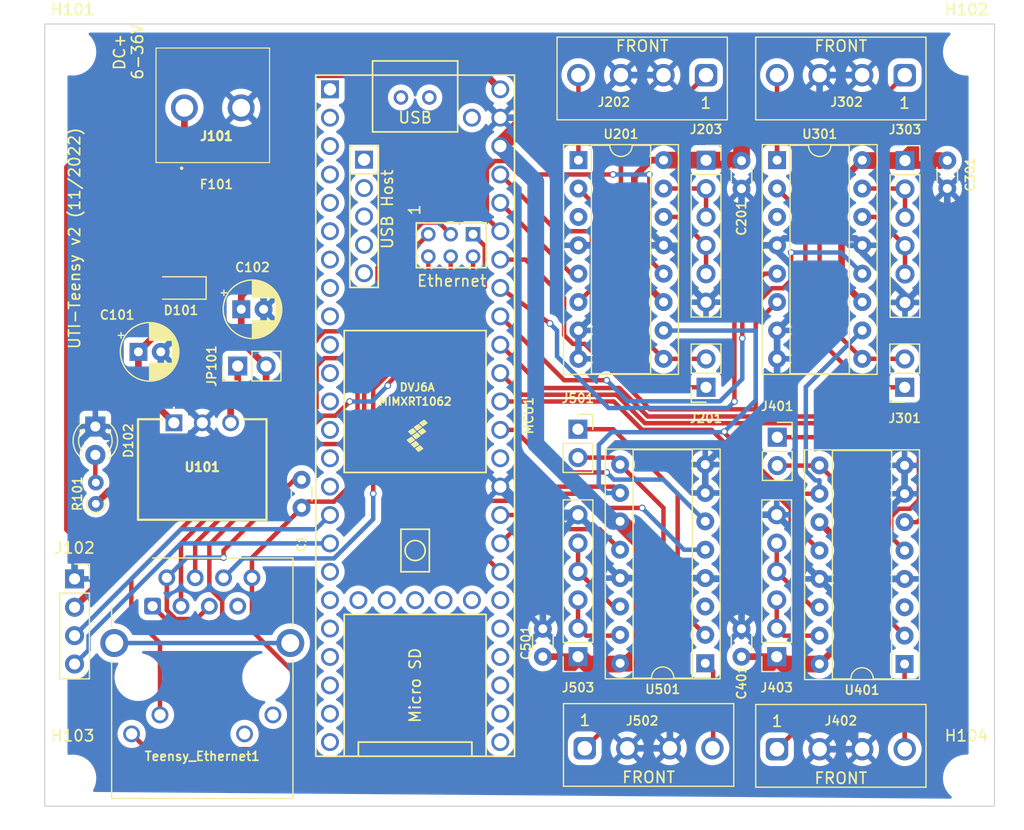
<source format=kicad_pcb>
(kicad_pcb (version 20211014) (generator pcbnew)
  (title_block (date "mar. 31 mars 2015"))
  (layers (0 "F.Cu" signal) (31 "B.Cu" signal) (34 "B.Paste" user) (35 "F.Paste" user) (36 "B.SilkS" user "B.Silkscreen") (37 "F.SilkS" user "F.Silkscreen") (38 "B.Mask" user) (39 "F.Mask" user) (44 "Edge.Cuts" user))
  (net 0 "")
  (net 1 "GND")
  (net 2 "Net-(C1-Pad2)")
  (net 24 "Net-(C101-Pad1)")
  (net 25 "Net-(D101-Pad2)")
  (net 27 "Net-(D102-Pad2)")
  (net 28 "+6-36V")
  (net 29 "Net-(J201-Pad1)")
  (net 30 "Net-(J201-Pad2)")
  (net 32 "Net-(J203-Pad2)")
  (net 33 "Net-(J203-Pad4)")
  (net 34 "Net-(J301-Pad1)")
  (net 35 "Net-(J301-Pad2)")
  (net 51 "Net-(J303-Pad2)")
  (net 52 "Net-(J303-Pad4)")
  (net 53 "Net-(J401-Pad1)")
  (net 54 "Net-(J401-Pad2)")
  (net 55 "Net-(J403-Pad2)")
  (net 62 "Net-(MCU1-Pad65)")
  (net 63 "Net-(MCU1-Pad63)")
  (net 64 "Net-(MCU1-Pad62)")
  (net 65 "Net-(MCU1-Pad61)")
  (net 66 "Net-(MCU1-Pad60)")
  (net 67 "Net-(J403-Pad4)")
  (net 68 "Net-(C1-Pad1)")
  (net 69 "Net-(J501-Pad1)")
  (net 70 "Net-(J501-Pad2)")
  (net 71 "Net-(J503-Pad2)")
  (net 72 "Net-(J503-Pad4)")
  (net 73 "Net-(JP101-Pad1)")
  (net 74 "/UTI+Connectors1/SEL3")
  (net 75 "/UTI+Connectors1/SEL2")
  (net 76 "/UTI+Connectors1/OUT")
  (net 77 "/UTI+Connectors2/SEL3")
  (net 78 "/UTI+Connectors2/SEL2")
  (net 79 "/UTI+Connectors2/OUT")
  (net 80 "/UTI+Connectors3/SEL3")
  (net 81 "/UTI+Connectors3/SEL2")
  (net 82 "+3.3V")
  (net 83 "/UTI+Connectors3/OUT")
  (net 84 "/UTI+Connectors4/SEL3")
  (net 85 "/UTI+Connectors4/SEL2")
  (net 86 "/UTI+Connectors4/OUT")
  (net 87 "SF")
  (net 89 "unconnected-(Teensy_Ethernet1-Pad13)")
  (net 90 "+5V")
  (net 94 "Net-(J202-Pad4)")
  (net 95 "Net-(J302-Pad4)")
  (net 96 "Net-(J402-Pad4)")
  (net 97 "Net-(J502-Pad4)")
  (net 98 "I2C_SCL")
  (net 99 "I2C_SDA")
  (footprint "CapLevelSensorAD:Amphenol Anytech YO 3.81mm 4p" (layer "F.Cu") (at 158.75 92.075 180)
    (fp_text reference "J302")
    (fp_text value "C_x")
  )
  (footprint "MountingHole:MountingHole_3.2mm_M3_DIN965" (layer "F.Cu") (at 90 90)
    (fp_text reference "H101")
    (fp_text value "MountingHole")
  )
  (footprint "Capacitor_THT:C_Disc_D3.0mm_W1.6mm_P2.50mm" (layer "F.Cu") (at 110.49 128.29 -90)
    (fp_text reference "C1")
    (fp_text value "0.1uF1")
  )
  (footprint "Connector_PinSocket_2.54mm:PinSocket_1x04_P2.54mm_Vertical" (layer "F.Cu") (at 90.17 137.16)
    (fp_text reference "J102")
    (fp_text value "OLED Display I2C")
  )
  (footprint "CapLevelSensorAD:Amphenol Anytech YO 3.81mm 4p" (layer "F.Cu") (at 158.75 152.4)
    (fp_text reference "J402")
    (fp_text value "C_x")
  )
  (footprint "Connector_PinSocket_2.54mm:PinSocket_1x06_P2.54mm_Vertical" (layer "F.Cu") (at 153.01 144.12 180)
    (fp_text reference "J403")
    (fp_text value "extR")
  )
  (footprint "Connector_PinHeader_2.54mm:PinHeader_1x02_P2.54mm_Vertical" (layer "F.Cu") (at 104.77 118.11 90)
    (fp_text reference "JP101")
    (fp_text value "PS")
  )
  (footprint "SMD-Fuse:smd_fuse" (layer "F.Cu") (at 102.87 105.41)
    (fp_text reference "F101")
    (fp_text value "1A")
  )
  (footprint "MeanWell-DC-DC:N78051C" (layer "F.Cu") (at 99.06 123.19)
    (fp_text reference "U101")
    (fp_text value "N7805" hide)
  )
  (footprint "MountingHole:MountingHole_3.2mm_M3_DIN965" (layer "F.Cu") (at 170 155)
    (fp_text reference "H104")
    (fp_text value "MountingHole")
  )
  (footprint "Package_DIP:DIP-16_W7.62mm_Socket" (layer "F.Cu") (at 146.615 144.71 180)
    (fp_text reference "U501")
    (fp_text value "UTI-DIL16")
  )
  (footprint "Capacitor_THT:C_Disc_D3.0mm_W1.6mm_P2.50mm" (layer "F.Cu") (at 168.275 99.715 -90)
    (fp_text reference "C301")
    (fp_text value "0.1uF")
  )
  (footprint "Capacitor_THT:CP_Radial_D5.0mm_P2.00mm" (layer "F.Cu") (at 105.0899 113.03)
    (fp_text reference "C102")
    (fp_text value "22u")
  )
  (footprint "Package_DIP:DIP-16_W7.62mm_Socket" (layer "F.Cu") (at 153.045 99.685)
    (fp_text reference "U301")
    (fp_text value "UTI-DIL16")
  )
  (footprint "UTI-Teensy:Teensy41" (layer "F.Cu") (at 120.65 122.555 -90)
    (fp_text reference "MCU1")
    (fp_text value "Teensy4.1")
  )
  (footprint "Connector_PinSocket_2.54mm:PinSocket_1x02_P2.54mm_Vertical" (layer "F.Cu") (at 153.06 124.48)
    (fp_text reference "J401")
    (fp_text value "Cref")
  )
  (footprint "Package_DIP:DIP-16_W7.62mm_Socket" (layer "F.Cu") (at 164.455 144.78 180)
    (fp_text reference "U401")
    (fp_text value "UTI-DIL16")
  )
  (footprint "ScrewTerminals:TB00750802BE" (layer "F.Cu") (at 100 95)
    (fp_text reference "J101")
    (fp_text value "PwrIn" hide)
  )
  (footprint "Capacitor_THT:CP_Radial_D5.0mm_P2.00mm" (layer "F.Cu") (at 95.885 116.84)
    (fp_text reference "C101")
    (fp_text value "10u")
  )
  (footprint "Connector_PinSocket_2.54mm:PinSocket_1x06_P2.54mm_Vertical" (layer "F.Cu") (at 135.23 144.12 180)
    (fp_text reference "J503")
    (fp_text value "extR")
  )
  (footprint "LED_THT:LED_D3.0mm" (layer "F.Cu") (at 92.03 123.525 -90)
    (fp_text reference "D102")
    (fp_text value "LED 5VOK")
  )
  (footprint "Resistor_THT:R_Axial_DIN0204_L3.6mm_D1.6mm_P1.90mm_Vertical" (layer "F.Cu") (at 92.075 130.445 90)
    (fp_text reference "R101")
    (fp_text value "330R")
  )
  (footprint "Connector_PinSocket_2.54mm:PinSocket_1x02_P2.54mm_Vertical" (layer "F.Cu") (at 164.465 120.015 180)
    (fp_text reference "J301")
    (fp_text value "Cref")
  )
  (footprint "CapLevelSensorAD:Amphenol Anytech YO 3.81mm 4p" (layer "F.Cu") (at 141.545 152.32)
    (fp_text reference "J502")
    (fp_text value "C_x")
  )
  (footprint "Connector_PinSocket_2.54mm:PinSocket_1x06_P2.54mm_Vertical" (layer "F.Cu") (at 164.49 99.72)
    (fp_text reference "J303")
    (fp_text value "extR")
  )
  (footprint "Capacitor_THT:C_Disc_D3.0mm_W1.6mm_P2.50mm" (layer "F.Cu") (at 132.08 144.125 90)
    (fp_text reference "C501")
    (fp_text value "0.1uF")
  )
  (footprint "Connector_PinSocket_2.54mm:PinSocket_1x02_P2.54mm_Vertical" (layer "F.Cu") (at 146.685 120.015 180)
    (fp_text reference "J201")
    (fp_text value "Cref")
  )
  (footprint "Connector_RJ:RJ45_Cetus_J1B1211CCD_Horizontal" (layer "F.Cu") (at 97.155 139.6)
    (fp_text reference "Teensy_Ethernet1")
    (fp_text value "RJ45_LED")
  )
  (footprint "Capacitor_THT:C_Disc_D3.0mm_W1.6mm_P2.50mm" (layer "F.Cu") (at 149.86 144.125 90)
    (fp_text reference "C401")
    (fp_text value "0.1uF")
  )
  (footprint "CapLevelSensorAD:Amphenol Anytech YO 3.81mm 4p" (layer "F.Cu") (at 140.97 92.075 180)
    (fp_text reference "J202")
    (fp_text value "C_x")
  )
  (footprint "Capacitor_THT:C_Disc_D3.0mm_W1.6mm_P2.50mm" (layer "F.Cu") (at 149.86 99.735 -90)
    (fp_text reference "C201")
    (fp_text value "0.1uF")
  )
  (footprint "Package_DIP:DIP-16_W7.62mm_Socket" (layer "F.Cu") (at 135.265 99.685)
    (fp_text reference "U201")
    (fp_text value "UTI-DIL16")
  )
  (footprint "Connector_PinSocket_2.54mm:PinSocket_1x06_P2.54mm_Vertical" (layer "F.Cu") (at 146.685 99.695)
    (fp_text reference "J203")
    (fp_text value "extR")
  )
  (footprint "MountingHole:MountingHole_3.2mm_M3_DIN965" (layer "F.Cu") (at 170 90)
    (fp_text reference "H102")
    (fp_text value "MountingHole")
  )
  (footprint "MountingHole:MountingHole_3.2mm_M3_DIN965" (layer "F.Cu") (at 90 155)
    (fp_text reference "H103")
    (fp_text value "MountingHole")
  )
  (footprint "Diode_SMD:D_SOD-123" (layer "F.Cu") (at 99.695 111.125 180)
    (fp_text reference "D101")
    (fp_text value "D")
  )
  (footprint "Connector_PinSocket_2.54mm:PinSocket_1x02_P2.54mm_Vertical" (layer "F.Cu") (at 135.22 123.765)
    (fp_text reference "J501")
    (fp_text value "Cref")
  )
  (gr_rect (start 87.5 87.5) (end 172.5 157.5) (layer "Edge.Cuts") (width 0.1) (fill none))
  (gr_text "UTI-Teensy v2 (11/2022)" (at 90.17 106.68 90) (layer "F.SilkS") (effects (font (size 1 1))))
  (gr_text "DC+\n6-36V" (at 95 90 90) (layer "F.SilkS") (effects (font (size 1 1))))
  (gr_text "1" (at 120.5992 104.14 90) (layer "F.SilkS") (effects (font (size 1 1))))
  (segment (start 105.08 95) (end 107.09 97.0099) (width 0.6) (layer "B.Cu") (net 1))
  (segment (start 146.615 129.47) (end 146.615 126.93) (width 0.6) (layer "B.Cu") (net 1))
  (segment (start 153.045 114.925) (end 154.345 113.625) (width 0.6) (layer "B.Cu") (net 1))
  (segment (start 154.94 133.35) (end 154.94 135.265) (width 0.6) (layer "B.Cu") (net 1))
  (segment (start 160.665 107.964189) (end 164.49 111.789189) (width 0.6) (layer "B.Cu") (net 1))
  (segment (start 105.211 116.04) (end 98.685 116.04) (width 0.6) (layer "B.Cu") (net 1))
  (segment (start 137.16 101.58) (end 142.885 107.305) (width 0.6) (layer "B.Cu") (net 1))
  (segment (start 137.16 93.98) (end 137.16 101.58) (width 0.6) (layer "B.Cu") (net 1))
  (segment (start 107.09 114.161) (end 105.211 116.04) (width 0.6) (layer "B.Cu") (net 1))
  (segment (start 123.19 90.805) (end 109.275 90.805) (width 0.6) (layer "B.Cu") (net 1))
  (segment (start 138.995 137.09) (end 146.615 137.09) (width 0.6) (layer "B.Cu") (net 1))
  (segment (start 160.665 107.305) (end 160.665 107.964189) (width 0.6) (layer "B.Cu") (net 1))
  (segment (start 142.885 107.305) (end 135.265 107.305) (width 0.6) (layer "B.Cu") (net 1))
  (segment (start 143.45 137.15) (end 143.45 152.32) (width 0.6) (layer "B.Cu") (net 1))
  (segment (start 107.0899 105.5855) (end 107.0899 113.03) (width 0.6) (layer "B.Cu") (net 1))
  (segment (start 107.09 105.5854) (end 107.0899 105.5855) (width 0.6) (layer "B.Cu") (net 1))
  (segment (start 143.51 137.09) (end 143.45 137.15) (width 0.6) (layer "B.Cu") (net 1))
  (segment (start 128.27 128.905) (end 130.81 131.445) (width 1) (layer "B.Cu") (net 1))
  (segment (start 139.065 92.075) (end 137.16 93.98) (width 0.6) (layer "B.Cu") (net 1))
  (segment (start 154.94 135.265) (end 156.835 137.16) (width 0.6) (layer "B.Cu") (net 1))
  (segment (start 153.67 106.68) (end 160.04 106.68) (width 0.6) (layer "B.Cu") (net 1))
  (segment (start 97.885 116.84) (end 97.885 119.475) (width 0.6) (layer "B.Cu") (net 1))
  (segment (start 135.265 107.305) (end 136.515 107.305) (width 0.6) (layer "B.Cu") (net 1))
  (segment (start 149.86 131.42) (end 153.01 131.42) (width 0.6) (layer "B.Cu") (net 1))
  (segment (start 128.27 95.885) (end 123.19 90.805) (width 0.6) (layer "B.Cu") (net 1))
  (segment (start 144.78 108.585) (end 144.78 110.49) (width 0.6) (layer "B.Cu") (net 1))
  (segment (start 149.86 134.57) (end 149.86 131.42) (width 0.6) (layer "B.Cu") (net 1))
  (segment (start 164.455 129.54) (end 162.56 131.435) (width 0.6) (layer "B.Cu") (net 1))
  (segment (start 137.16 133.33) (end 137.16 135.255) (width 0.6) (layer "B.Cu") (net 1))
  (segment (start 149.86 109.22) (end 149.86 102.235) (width 0.6) (layer "B.Cu") (net 1))
  (segment (start 135.265 114.925) (end 135.265 117.465) (width 0.6) (layer "B.Cu") (net 1))
  (segment (start 90.17 125.385) (end 90.17 137.16) (width 0.6) (layer "B.Cu") (net 1))
  (segment (start 162.56 137.16) (end 164.455 137.16) (width 0.6) (layer "B.Cu") (net 1))
  (segment (start 92.03 123.525) (end 90.17 125.385) (width 0.6) (layer "B.Cu") (net 1))
  (segment (start 149.86 123.825) (end 149.79 123.755) (width 0.6) (layer "B.Cu") (net 1))
  (segment (start 109.275 90.805) (end 105.08 95) (width 0.6) (layer "B.Cu") (net 1))
  (segment (start 146.685 137.16) (end 149.86 137.16) (width 0.6) (layer "B.Cu") (net 1))
  (segment (start 160.02 140.345) (end 160.02 151.765) (width 0.6) (layer "B.Cu") (net 1))
  (segment (start 160.04 106.68) (end 160.665 107.305) (width 0.6) (layer "B.Cu") (net 1))
  (segment (start 164.455 137.16) (end 156.835 137.16) (width 0.6) (layer "B.Cu") (net 1))
  (segment (start 153.045 107.305) (end 153.67 106.68) (width 0.6) (layer "B.Cu") (net 1))
  (segment (start 149.79 123.755) (end 146.615 126.93) (width 0.6) (layer "B.Cu") (net 1))
  (segment (start 153.045 107.305) (end 151.775 107.305) (width 0.6) (layer "B.Cu") (net 1))
  (segment (start 156.845 92.075) (end 160.655 92.075) (width 0.6) (layer "B.Cu") (net 1))
  (segment (start 136.515 107.305) (end 136.565 107.355) (width 0.6) (layer "B.Cu") (net 1))
  (segment (start 130.81 131.445) (end 135.205 131.445) (width 1) (layer "B.Cu") (net 1))
  (segment (start 164.455 129.54) (end 164.455 127) (width 0.6) (layer "B.Cu") (net 1))
  (segment (start 101.6 123.19) (end 100.35 124.44) (width 0.6) (layer "B.Cu") (net 1))
  (segment (start 153.045 117.465) (end 153.045 114.925) (width 0.6) (layer "B.Cu") (net 1))
  (segment (start 162.56 131.435) (end 162.56 137.16) (width 0.6) (layer "B.Cu") (net 1))
  (segment (start 137.16 135.255) (end 138.995 137.09) (width 0.6) (layer "B.Cu") (net 1))
  (segment (start 164.49 112.42) (end 168.275 108.635) (width 0.6) (layer "B.Cu") (net 1))
  (segment (start 137.16 95.885) (end 128.27 95.885) (width 0.6) (layer "B.Cu") (net 1))
  (segment (start 132.08 134.57) (end 132.08 141.625) (width 0.6) (layer "B.Cu") (net 1))
  (segment (start 153.045 117.465) (end 153.045 120.5) (width 0.6) (layer "B.Cu") (net 1))
  (segment (start 164.49 111.789189) (end 164.49 112.42) (width 0.6) (layer "B.Cu") (net 1))
  (segment (start 135.24 131.41) (end 137.16 133.33) (width 0.6) (layer "B.Cu") (net 1))
  (segment (start 149.86 134.57) (end 149.86 142.28) (width 0.6) (layer "B.Cu") (net 1))
  (segment (start 149.86 134.57) (end 149.86 123.825) (width 0.6) (layer "B.Cu") (net 1))
  (segment (start 143.5 107.305) (end 144.78 108.585) (width 0.6) (layer "B.Cu") (net 1))
  (segment (start 135.23 131.42) (end 132.08 134.57) (width 0.6) (layer "B.Cu") (net 1))
  (segment (start 146.685 112.395) (end 149.86 109.22) (width 0.6) (layer "B.Cu") (net 1))
  (segment (start 107.09 105.5854) (end 107.09 114.161) (width 0.6) (layer "B.Cu") (net 1))
  (segment (start 144.78 110.49) (end 146.685 112.395) (width 0.6) (layer "B.Cu") (net 1))
  (segment (start 153.045 107.820664) (end 153.045 107.305) (width 0.6) (layer "B.Cu") (net 1))
  (segment (start 136.565 113.625) (end 135.265 114.925) (width 0.6) (layer "B.Cu") (net 1))
  (segment (start 92.945 124.44) (end 92.03 123.525) (width 0.6) (layer "B.Cu") (net 1))
  (segment (start 142.885 107.305) (end 143.5 107.305) (width 0.6) (layer "B.Cu") (net 1))
  (segment (start 160.02 151.765) (end 160.655 152.4) (width 0.6) (layer "B.Cu") (net 1))
  (segment (start 139.64 152.32) (end 143.45 152.32) (width 0.6) (layer "B.Cu") (net 1))
  (segment (start 153.01 131.42) (end 154.94 133.35) (width 0.6) (layer "B.Cu") (net 1))
  (segment (start 156.835 137.16) (end 160.02 140.345) (width 0.6) (layer "B.Cu") (net 1))
  (segment (start 98.685 116.04) (end 97.885 116.84) (width 0.6) (layer "B.Cu") (net 1))
  (segment (start 107.09 97.0099) (end 107.09 105.5854) (width 0.6) (layer "B.Cu") (net 1))
  (segment (start 154.345 113.625) (end 154.345 109.120664) (width 0.6) (layer "B.Cu") (net 1))
  (segment (start 156.845 92.075) (end 156.845 106.68) (width 0.6) (layer "B.Cu") (net 1))
  (segment (start 100.35 124.44) (end 92.945 124.44) (width 0.6) (layer "B.Cu") (net 1))
  (segment (start 139.065 92.075) (end 142.875 92.075) (width 0.6) (layer "B.Cu") (net 1))
  (segment (start 168.275 108.635) (end 168.275 102.215) (width 0.6) (layer "B.Cu") (net 1))
  (segment (start 156.845 152.4) (end 160.655 152.4) (width 0.6) (layer "B.Cu") (net 1))
  (segment (start 136.565 107.355) (end 136.565 113.625) (width 0.6) (layer "B.Cu") (net 1))
  (segment (start 153.045 120.5) (end 149.79 123.755) (width 0.6) (layer "B.Cu") (net 1))
  (segment (start 151.775 107.305) (end 149.86 109.22) (width 0.6) (layer "B.Cu") (net 1))
  (segment (start 154.345 109.120664) (end 153.045 107.820664) (width 0.6) (layer "B.Cu") (net 1))
  (segment (start 97.885 119.475) (end 101.6 123.19) (width 0.6) (layer "B.Cu") (net 1))
  (segment (start 109.24 152.4) (end 96.645 152.4) (width 0.4) (layer "F.Cu") (net 2))
  (segment (start 110.49 151.15) (end 109.24 152.4) (width 0.4) (layer "F.Cu") (net 2))
  (segment (start 123.8316 108.315) (end 123.8316 112.391866) (width 0.4) (layer "F.Cu") (net 2))
  (segment (start 111.035 130.245) (end 110.49 130.79) (width 0.4) (layer "F.Cu") (net 2))
  (segment (start 110.49 146.248453) (end 110.49 151.15) (width 0.4) (layer "F.Cu") (net 2))
  (segment (start 113.387057 130.245) (end 111.035 130.245) (width 0.4) (layer "F.Cu") (net 2))
  (segment (start 110.49 130.79) (end 110.49 130.81) (width 0.4) (layer "F.Cu") (net 2))
  (segment (start 106.045 135.255) (end 106.045 137.06) (width 0.4) (layer "F.Cu") (net 2))
  (segment (start 106.045 137.06) (end 106.045 141.803453) (width 0.4) (layer "F.Cu") (net 2))
  (segment (start 116.094124 127.537933) (end 113.387057 130.245) (width 0.4) (layer "F.Cu") (net 2))
  (segment (start 106.045 141.803453) (end 110.49 146.248453) (width 0.4) (layer "F.Cu") (net 2))
  (segment (start 96.645 152.4) (end 95.275 151.03) (width 0.4) (layer "F.Cu") (net 2))
  (segment (start 110.49 130.81) (end 106.045 135.255) (width 0.4) (layer "F.Cu") (net 2))
  (segment (start 123.8316 112.391866) (end 116.094124 120.129342) (width 0.4) (layer "F.Cu") (net 2))
  (segment (start 116.094124 120.129342) (end 116.094124 127.537933) (width 0.4) (layer "F.Cu") (net 2))
  (segment (start 95.885 120.015) (end 99.06 123.19) (width 0.6) (layer "F.Cu") (net 24))
  (segment (start 95.885 116.84) (end 95.885 120.015) (width 0.6) (layer "F.Cu") (net 24))
  (segment (start 101.345 111.38) (end 95.885 116.84) (width 0.6) (layer "F.Cu") (net 24))
  (segment (start 99.37 107.005) (end 98.045 108.33) (width 0.6) (layer "F.Cu") (net 25))
  (segment (start 98.045 108.33) (end 98.045 111.125) (width 0.6) (layer "F.Cu") (net 25))
  (segment (start 92.03 126.065) (end 92.03 128.5) (width 0.4) (layer "F.Cu") (net 27))
  (segment (start 100 99.04) (end 106.37 105.41) (width 0.6) (layer "F.Cu") (net 28))
  (segment (start 100 95) (end 100 99.04) (width 0.6) (layer "F.Cu") (net 28))
  (segment (start 146.685 120.015) (end 140.97 120.015) (width 0.4) (layer "F.Cu") (net 29))
  (segment (start 137.795 104.755) (end 135.265 102.225) (width 0.4) (layer "F.Cu") (net 29))
  (segment (start 137.795 116.84) (end 137.795 104.755) (width 0.4) (layer "F.Cu") (net 29))
  (segment (start 140.97 120.015) (end 137.795 116.84) (width 0.4) (layer "F.Cu") (net 29))
  (segment (start 139.065 99.695) (end 139.065 113.645) (width 0.4) (layer "F.Cu") (net 30))
  (segment (start 139.065 113.645) (end 142.885 117.465) (width 0.4) (layer "F.Cu") (net 30))
  (segment (start 146.685 92.075) (end 139.065 99.695) (width 0.4) (layer "F.Cu") (net 30))
  (segment (start 142.885 117.465) (end 146.675 117.465) (width 0.4) (layer "F.Cu") (net 30))
  (segment (start 142.885 102.225) (end 146.675 102.225) (width 0.4) (layer "F.Cu") (net 32))
  (segment (start 146.685 102.235) (end 146.685 104.775) (width 0.4) (layer "F.Cu") (net 32))
  (segment (start 146.685 107.315) (end 146.685 109.855) (width 0.4) (layer "F.Cu") (net 33))
  (segment (start 144.135 104.765) (end 146.685 107.315) (width 0.4) (layer "F.Cu") (net 33))
  (segment (start 142.885 104.765) (end 144.135 104.765) (width 0.4) (layer "F.Cu") (net 33))
  (segment (start 161.064757 120.015) (end 155.575 114.525243) (width 0.4) (layer "F.Cu") (net 34))
  (segment (start 155.575 114.525243) (end 155.575 104.755) (width 0.4) (layer "F.Cu") (net 34))
  (segment (start 164.465 120.015) (end 161.064757 120.015) (width 0.4) (layer "F.Cu") (net 34))
  (segment (start 155.575 104.755) (end 153.045 102.225) (width 0.4) (layer "F.Cu") (net 34))
  (segment (start 156.845 113.645) (end 156.845 99.695) (width 0.4) (layer "F.Cu") (net 35))
  (segment (start 160.665 117.465) (end 164.455 117.465) (width 0.4) (layer "F.Cu") (net 35))
  (segment (start 160.665 117.465) (end 156.845 113.645) (width 0.4) (layer "F.Cu") (net 35))
  (segment (start 156.845 99.695) (end 164.465 92.075) (width 0.4) (layer "F.Cu") (net 35))
  (segment (start 164.49 102.26) (end 164.49 104.8) (width 0.4) (layer "F.Cu") (net 51))
  (segment (start 160.665 102.225) (end 164.455 102.225) (width 0.4) (layer "F.Cu") (net 51))
  (segment (start 160.665 104.765) (end 161.915 104.765) (width 0.4) (layer "F.Cu") (net 52))
  (segment (start 161.915 104.765) (end 164.49 107.34) (width 0.4) (layer "F.Cu") (net 52))
  (segment (start 164.49 107.34) (end 164.49 109.88) (width 0.4) (layer "F.Cu") (net 52))
  (segment (start 157.5 124.48) (end 161.925 128.905) (width 0.4) (layer "F.Cu") (net 53))
  (segment (start 161.925 128.905) (end 161.925 139.71) (width 0.4) (layer "F.Cu") (net 53))
  (segment (start 161.925 139.71) (end 164.455 142.24) (width 0.4) (layer "F.Cu") (net 53))
  (segment (start 153.06 124.48) (end 157.5 124.48) (width 0.4) (layer "F.Cu") (net 53))
  (segment (start 160.655 144.78) (end 153.035 152.4) (width 0.4) (layer "F.Cu") (net 54))
  (segment (start 153.06 127.02) (end 156.815 127.02) (width 0.4) (layer "F.Cu") (net 54))
  (segment (start 160.655 130.82) (end 160.655 144.78) (width 0.4) (layer "F.Cu") (net 54))
  (segment (start 156.835 127) (end 160.655 130.82) (width 0.4) (layer "F.Cu") (net 54))
  (segment (start 153.01 141.58) (end 153.67 142.24) (width 0.4) (layer "F.Cu") (net 55))
  (segment (start 153.01 139.04) (end 153.01 141.58) (width 0.4) (layer "F.Cu") (net 55))
  (segment (start 153.67 142.24) (end 156.835 142.24) (width 0.4) (layer "F.Cu") (net 55))
  (segment (start 116.898501 120.172787) (end 116.898501 129.534001) (width 0.4) (layer "F.Cu") (net 62))
  (segment (start 125.8316 111.239688) (end 116.898501 120.172787) (width 0.4) (layer "F.Cu") (net 62))
  (segment (start 125.8316 108.315) (end 125.8316 111.239688) (width 0.4) (layer "F.Cu") (net 62))
  (via (at 116.898501 129.534001) (size 0.6) (drill 0.4) (layers "F.Cu" "B.Cu") (net 62))
  (segment (start 116.898501 131.813556) (end 116.898501 129.534001) (width 0.4) (layer "B.Cu") (net 62))
  (segment (start 103.505 137.06) (end 105.24 135.325) (width 0.4) (layer "B.Cu") (net 62))
  (segment (start 113.387057 135.325) (end 116.898501 131.813556) (width 0.4) (layer "B.Cu") (net 62))
  (segment (start 105.24 135.325) (end 113.387057 135.325) (width 0.4) (layer "B.Cu") (net 62))
  (segment (start 103.385 139.123654) (end 103.385 140.455) (width 0.4) (layer "F.Cu") (net 63))
  (segment (start 114.992189 125.095) (end 111.231411 125.095) (width 0.4) (layer "F.Cu") (net 63))
  (segment (start 102.235 134.091411) (end 102.235 137.973654) (width 0.4) (layer "F.Cu") (net 63))
  (segment (start 111.231411 125.095) (end 102.235 134.091411) (width 0.4) (layer "F.Cu") (net 63))
  (segment (start 115.494623 119.881021) (end 115.494623 124.592566) (width 0.4) (layer "F.Cu") (net 63))
  (segment (start 99.16 141.605) (end 97.155 139.6) (width 0.4) (layer "F.Cu") (net 63))
  (segment (start 102.235 141.605) (end 99.16 141.605) (width 0.4) (layer "F.Cu") (net 63))
  (segment (start 115.494623 124.592566) (end 114.992189 125.095) (width 0.4) (layer "F.Cu") (net 63))
  (segment (start 121.8316 108.315) (end 121.8316 113.544044) (width 0.4) (layer "F.Cu") (net 63))
  (segment (start 103.385 140.455) (end 102.235 141.605) (width 0.4) (layer "F.Cu") (net 63))
  (segment (start 121.8316 113.544044) (end 115.494623 119.881021) (width 0.4) (layer "F.Cu") (net 63))
  (segment (start 102.235 137.973654) (end 103.385 139.123654) (width 0.4) (layer "F.Cu") (net 63))
  (segment (start 113.947822 117.405) (end 112.532943 117.405) (width 0.4) (layer "F.Cu") (net 64))
  (segment (start 111.83 118.107943) (end 111.83 121.85) (width 0.4) (layer "F.Cu") (net 64))
  (segment (start 112.532943 117.405) (end 111.83 118.107943) (width 0.4) (layer "F.Cu") (net 64))
  (segment (start 121.8316 106.315) (end 117.8803 110.2663) (width 0.4) (layer "F.Cu") (net 64))
  (segment (start 99.695 133.985) (end 99.695 139.6) (width 0.4) (layer "F.Cu") (net 64))
  (segment (start 117.8803 110.2663) (end 117.8803 113.472522) (width 0.4) (layer "F.Cu") (net 64))
  (segment (start 117.8803 113.472522) (end 113.947822 117.405) (width 0.4) (layer "F.Cu") (net 64))
  (segment (start 111.83 121.85) (end 99.695 133.985) (width 0.4) (layer "F.Cu") (net 64))
  (segment (start 97.815 142.9) (end 97.815 149.33) (width 0.4) (layer "F.Cu") (net 65))
  (segment (start 117.2808 113.2242) (end 115.5 115.005) (width 0.4) (layer "F.Cu") (net 65))
  (segment (start 115.5 115.005) (end 112.532943 115.005) (width 0.4) (layer "F.Cu") (net 65))
  (segment (start 117.2808 109.307143) (end 117.2808 113.2242) (width 0.4) (layer "F.Cu") (net 65))
  (segment (start 111.83 115.81506) (end 111.230499 116.414561) (width 0.4) (layer "F.Cu") (net 65))
  (segment (start 112.532943 115.005) (end 111.83 115.707943) (width 0.4) (layer "F.Cu") (net 65))
  (segment (start 111.230499 116.414561) (end 111.230499 121.179501) (width 0.4) (layer "F.Cu") (net 65))
  (segment (start 95.25 137.16) (end 95.25 140.335) (width 0.4) (layer "F.Cu") (net 65))
  (segment (start 122.7816 105.265) (end 121.322943 105.265) (width 0.4) (layer "F.Cu") (net 65))
  (segment (start 111.83 115.707943) (end 111.83 115.81506) (width 0.4) (layer "F.Cu") (net 65))
  (segment (start 123.8316 106.315) (end 122.7816 105.265) (width 0.4) (layer "F.Cu") (net 65))
  (segment (start 95.25 140.335) (end 97.815 142.9) (width 0.4) (layer "F.Cu") (net 65))
  (segment (start 111.230499 121.179501) (end 95.25 137.16) (width 0.4) (layer "F.Cu") (net 65))
  (segment (start 121.322943 105.265) (end 117.2808 109.307143) (width 0.4) (layer "F.Cu") (net 65))
  (segment (start 112.395 122.555) (end 113.524623 122.555) (width 0.4) (layer "F.Cu") (net 66))
  (segment (start 113.524623 122.555) (end 114.794623 121.285) (width 0.4) (layer "F.Cu") (net 66))
  (segment (start 118.201399 119.717711) (end 118.201399 119.859133) (width 0.4) (layer "F.Cu") (net 66))
  (segment (start 126.8816 107.365) (end 126.8816 111.03751) (width 0.4) (layer "F.Cu") (net 66))
  (segment (start 126.8816 111.03751) (end 118.201399 119.717711) (width 0.4) (layer "F.Cu") (net 66))
  (segment (start 125.8316 106.315) (end 126.8816 107.365) (width 0.4) (layer "F.Cu") (net 66))
  (segment (start 100.965 137.06) (end 100.965 133.985) (width 0.4) (layer "F.Cu") (net 66))
  (segment (start 100.965 133.985) (end 112.395 122.555) (width 0.4) (layer "F.Cu") (net 66))
  (via (at 118.201399 119.859133) (size 0.6) (drill 0.4) (layers "F.Cu" "B.Cu") (net 66))
  (via (at 114.794623 121.285) (size 0.6) (drill 0.4) (layers "F.Cu" "B.Cu") (net 66))
  (segment (start 116.775532 121.285) (end 114.794623 121.285) (width 0.4) (layer "B.Cu") (net 66))
  (segment (start 126.357 106.84) (end 126.3566 106.84) (width 0.4) (layer "B.Cu") (net 66))
  (segment (start 126.3566 106.84) (end 125.8316 106.315) (width 0.4) (layer "B.Cu") (net 66))
  (segment (start 125.832 106.315) (end 126.357 106.84) (width 0.4) (layer "B.Cu") (net 66))
  (segment (start 118.201399 119.859133) (end 116.775532 121.285) (width 0.4) (layer "B.Cu") (net 66))
  (segment (start 153.01 136.5) (end 156.21 139.7) (width 0.4) (layer "F.Cu") (net 67))
  (segment (start 153.01 133.96) (end 153.01 136.5) (width 0.4) (layer "F.Cu") (net 67))
  (segment (start 156.21 139.7) (end 156.835 139.7) (width 0.4) (layer "F.Cu") (net 67))
  (segment (start 99.218654 140.75) (end 101.085 140.75) (width 0.4) (layer "F.Cu") (net 68))
  (segment (start 110.49 128.29) (end 109.835 128.29) (width 0.4) (layer "F.Cu") (net 68))
  (segment (start 103.505 134.62) (end 103.505 135.255) (width 0.4) (layer "F.Cu") (net 68))
  (segment (start 101.085 140.75) (end 102.235 139.6) (width 0.4) (layer "F.Cu") (net 68))
  (segment (start 109.835 128.29) (end 103.505 134.62) (width 0.4) (layer "F.Cu") (net 68))
  (segment (start 98.425 139.956346) (end 99.218654 140.75) (width 0.4) (layer "F.Cu") (net 68))
  (segment (start 98.425 137.06) (end 98.425 139.956346) (width 0.4) (layer "F.Cu") (net 68))
  (via (at 103.505 135.255) (size 0.6) (drill 0.4) (layers "F.Cu" "B.Cu") (net 68))
  (segment (start 100.23 135.255) (end 98.425 137.06) (width 0.4) (layer "B.Cu") (net 68))
  (segment (start 103.505 135.255) (end 100.23 135.255) (width 0.4) (layer "B.Cu") (net 68))
  (segment (start 144.145 139.7) (end 146.615 142.17) (width 0.4) (layer "F.Cu") (net 69))
  (segment (start 135.22 123.765) (end 138.37 123.765) (width 0.4) (layer "F.Cu") (net 69))
  (segment (start 138.37 123.765) (end 144.145 129.54) (width 0.4) (layer "F.Cu") (net 69))
  (segment (start 144.145 129.54) (end 144.145 139.7) (width 0.4) (layer "F.Cu") (net 69))
  (segment (start 135.83 152.32) (end 142.875 145.275) (width 0.4) (layer "F.Cu") (net 70))
  (segment (start 142.875 145.275) (end 142.875 130.81) (width 0.4) (layer "F.Cu") (net 70))
  (segment (start 138.37 126.305) (end 138.995 126.93) (width 0.4) (layer "F.Cu") (net 70))
  (segment (start 142.875 130.81) (end 138.995 126.93) (width 0.4) (layer "F.Cu") (net 70))
  (segment (start 135.22 126.305) (end 138.37 126.305) (width 0.4) (layer "F.Cu") (net 70))
  (segment (start 135.23 141.5) (end 135.97 142.24) (width 0.4) (layer "F.Cu") (net 71))
  (segment (start 135.97 142.24) (end 138.925 142.24) (width 0.4) (layer "F.Cu") (net 71))
  (segment (start 135.23 141.58) (end 135.23 139.04) (width 0.4) (layer "F.Cu") (net 71))
  (segment (start 135.23 133.96) (end 135.23 136.5) (width 0.4) (layer "F.Cu") (net 72))
  (segment (start 136.005 137.255) (end 138.38 139.63) (width 0.4) (layer "F.Cu") (net 72))
  (segment (start 135.17 136.42) (end 136.005 137.255) (width 0.4) (layer "F.Cu") (net 72))
  (segment (start 135.985 137.255) (end 135.23 136.5) (width 0.4) (layer "F.Cu") (net 72))
  (segment (start 138.38 139.63) (end 138.995 139.63) (width 0.4) (layer "F.Cu") (net 72))
  (segment (start 136.005 137.255) (end 135.985 137.255) (width 0.4) (layer "F.Cu") (net 72))
  (segment (start 104.14 123.19) (end 104.14 120.65) (width 0.6) (layer "F.Cu") (net 73))
  (segment (start 104.14 120.65) (end 104.775 120.015) (width 0.6) (layer "F.Cu") (net 73))
  (segment (start 104.775 120.015) (end 104.77 120.01) (width 0.4) (layer "F.Cu") (net 73))
  (segment (start 104.77 120.01) (end 104.77 118.11) (width 0.6) (layer "F.Cu") (net 73))
  (segment (start 128.27 100.965) (end 133.35 106.045) (width 0.4) (layer "F.Cu") (net 74))
  (segment (start 136.465 111.185) (end 135.265 112.385) (width 0.4) (layer "F.Cu") (net 74))
  (segment (start 136.465 106.045) (end 136.465 111.185) (width 0.4) (layer "F.Cu") (net 74))
  (segment (start 133.35 106.045) (end 136.465 106.045) (width 0.4) (layer "F.Cu") (net 74))
  (segment (start 128.27 103.505) (end 134.61 109.845) (width 0.4) (layer "F.Cu") (net 75))
  (segment (start 134.61 109.845) (end 135.26 109.845) (width 0.4) (layer "F.Cu") (net 75))
  (segment (start 128.767057 99.765) (end 129.967057 100.965) (width 0.4) (layer "F.Cu") (net 76))
  (segment (start 127.772943 99.765) (end 128.767057 99.765) (width 0.4) (layer "F.Cu") (net 76))
  (segment (start 141.605 108.565) (end 141.605 100.965) (width 0.4) (layer "F.Cu") (net 76))
  (segment (start 142.885 109.845) (end 141.605 108.565) (width 0.4) (layer "F.Cu") (net 76))
  (segment (start 127.07 100.467943) (end 127.772943 99.765) (width 0.4) (layer "F.Cu") (net 76))
  (segment (start 129.967057 100.965) (end 138.3655 100.965) (width 0.4) (layer "F.Cu") (net 76))
  (segment (start 128.27 106.045) (end 127.07 104.845) (width 0.4) (layer "F.Cu") (net 76))
  (segment (start 127.07 104.845) (end 127.07 100.467943) (width 0.4) (layer "F.Cu") (net 76))
  (via (at 138.3655 100.965) (size 0.6) (drill 0.4) (layers "F.Cu" "B.Cu") (net 76))
  (via (at 141.605 100.965) (size 0.6) (drill 0.4) (layers "F.Cu" "B.Cu") (net 76))
  (segment (start 141.605 100.965) (end 138.3655 100.965) (width 0.4) (layer "B.Cu") (net 76))
  (segment (start 135.813473 116.125) (end 141.672973 121.9845) (width 0.4) (layer "F.Cu") (net 77))
  (segment (start 133.985 115.342) (end 134.768 116.125) (width 0.4) (layer "F.Cu") (net 77))
  (segment (start 151.13 121.92) (end 151.13 114.3) (width 0.4) (layer "F.Cu") (net 77))
  (segment (start 151.0655 121.9845) (end 151.13 121.92) (width 0.4) (layer "F.Cu") (net 77))
  (segment (start 130.529243 108.585) (end 133.985 112.040757) (width 0.4) (layer "F.Cu") (net 77))
  (segment (start 151.13 114.3) (end 153.045 112.385) (width 0.4) (layer "F.Cu") (net 77))
  (segment (start 141.672973 121.9845) (end 151.0655 121.9845) (width 0.4) (layer "F.Cu") (net 77))
  (segment (start 133.985 112.040757) (end 133.985 115.342) (width 0.4) (layer "F.Cu") (net 77))
  (segment (start 128.27095 108.585) (end 130.529243 108.585) (width 0.4) (layer "F.Cu") (net 77))
  (segment (start 134.768 116.125) (end 135.813473 116.125) (width 0.4) (layer "F.Cu") (net 77))
  (segment (start 153.045 109.845) (end 151.91363 109.845) (width 0.4) (layer "F.Cu") (net 78))
  (segment (start 149.225 112.53363) (end 149.225 121.285) (width 0.4) (layer "F.Cu") (net 78))
  (segment (start 151.91363 109.845) (end 149.225 112.53363) (width 0.4) (layer "F.Cu") (net 78))
  (segment (start 132.715 114.3) (end 128.27 111.125) (width 0.4) (layer "F.Cu") (net 78))
  (via (at 132.715 114.3) (size 0.6) (drill 0.4) (layers "F.Cu" "B.Cu") (net 78))
  (via (at 149.225 121.285) (size 0.6) (drill 0.4) (layers "F.Cu" "B.Cu") (net 78))
  (segment (start 137.967444 121.864501) (end 148.645499 121.864501) (width 0.4) (layer "B.Cu") (net 78))
  (segment (start 148.645499 121.864501) (end 149.225 121.285) (width 0.4) (layer "B.Cu") (net 78))
  (segment (start 132.715 114.3) (end 133.35 114.935) (width 0.4) (layer "B.Cu") (net 78))
  (segment (start 133.35 114.935) (end 133.35 117.247057) (width 0.4) (layer "B.Cu") (net 78))
  (segment (start 133.35 117.247057) (end 137.967444 121.864501) (width 0.4) (layer "B.Cu") (net 78))
  (segment (start 128.447 113.842) (end 133.985 119.38) (width 0.4) (layer "F.Cu") (net 79))
  (segment (start 133.985 119.38) (end 137.795 119.38) (width 0.4) (layer "F.Cu") (net 79))
  (segment (start 152.588 111.145) (end 153.583478 111.145) (width 0.4) (layer "F.Cu") (net 79))
  (segment (start 154.305 110.423478) (end 154.305 107.95) (width 0.4) (layer "F.Cu") (net 79))
  (segment (start 153.583478 111.145) (end 154.305 110.423478) (width 0.4) (layer "F.Cu") (net 79))
  (segment (start 149.930688 113.802312) (end 152.588 111.145) (width 0.4) (layer "F.Cu") (net 79))
  (segment (start 149.930688 115.6345) (end 149.930688 113.802312) (width 0.4) (layer "F.Cu") (net 79))
  (via (at 137.795 119.38) (size 0.6) (drill 0.4) (layers "F.Cu" "B.Cu") (net 79))
  (via (at 149.930688 115.6345) (size 0.6) (drill 0.4) (layers "F.Cu" "B.Cu") (net 79))
  (via (at 154.305 107.95) (size 0.6) (drill 0.4) (layers "F.Cu" "B.Cu") (net 79))
  (segment (start 147.935 121.265) (end 149.930688 119.269312) (width 0.4) (layer "B.Cu") (net 79))
  (segment (start 139.68 121.265) (end 147.935 121.265) (width 0.4) (layer "B.Cu") (net 79))
  (segment (start 158.77 107.95) (end 154.305 107.95) (width 0.4) (layer "B.Cu") (net 79))
  (segment (start 149.930688 119.269312) (end 149.930688 115.6345) (width 0.4) (layer "B.Cu") (net 79))
  (segment (start 137.795 119.38) (end 139.68 121.265) (width 0.4) (layer "B.Cu") (net 79))
  (segment (start 160.665 109.845) (end 158.77 107.95) (width 0.4) (layer "B.Cu") (net 79))
  (segment (start 165.983321 122.625499) (end 166.334501 122.976679) (width 0.4) (layer "F.Cu") (net 80))
  (segment (start 138.926644 120.086) (end 141.466143 122.625499) (width 0.4) (layer "F.Cu") (net 80))
  (segment (start 165.58637 132.08) (end 164.455 132.08) (width 0.4) (layer "F.Cu") (net 80))
  (segment (start 166.334501 122.976679) (end 166.334501 131.331869) (width 0.4) (layer "F.Cu") (net 80))
  (segment (start 166.334501 131.331869) (end 165.58637 132.08) (width 0.4) (layer "F.Cu") (net 80))
  (segment (start 138.8685 120.0795) (end 138.875 120.086) (width 0.4) (layer "F.Cu") (net 80))
  (segment (start 132.144499 120.079499) (end 138.8685 120.0795) (width 0.4) (layer "F.Cu") (net 80))
  (segment (start 138.875 120.086) (end 138.926644 120.086) (width 0.4) (layer "F.Cu") (net 80))
  (segment (start 141.466143 122.625499) (end 165.983321 122.625499) (width 0.4) (layer "F.Cu") (net 80))
  (segment (start 128.27 116.205) (end 132.144499 120.079499) (width 0.4) (layer "F.Cu") (net 80))
  (segment (start 165.735 123.225) (end 165.735 130.097057) (width 0.4) (layer "F.Cu") (net 81))
  (segment (start 128.27 118.745) (end 130.204 120.679) (width 0.4) (layer "F.Cu") (net 81))
  (segment (start 138.62 120.679) (end 138.626499 120.685499) (width 0.4) (layer "F.Cu") (net 81))
  (segment (start 163.255 131.582943) (end 163.255 133.42) (width 0.4) (layer "F.Cu") (net 81))
  (segment (start 130.204 120.679) (end 138.62 120.679) (width 0.4) (layer "F.Cu") (net 81))
  (segment (start 141.217822 123.225) (end 165.735 123.225) (width 0.4) (layer "F.Cu") (net 81))
  (segment (start 138.678322 120.6855) (end 141.217822 123.225) (width 0.4) (layer "F.Cu") (net 81))
  (segment (start 163.957943 130.88) (end 163.255 131.582943) (width 0.4) (layer "F.Cu") (net 81))
  (segment (start 163.255 133.42) (end 164.455 134.62) (width 0.4) (layer "F.Cu") (net 81))
  (segment (start 164.952057 130.88) (end 163.957943 130.88) (width 0.4) (layer "F.Cu") (net 81))
  (segment (start 165.735 130.097057) (end 164.952057 130.88) (width 0.4) (layer "F.Cu") (net 81))
  (segment (start 138.626499 120.685499) (end 138.678322 120.6855) (width 0.4) (layer "F.Cu") (net 81))
  (segment (start 160.7 99.72) (end 160.665 99.685) (width 1.5) (layer "F.Cu") (net 82))
  (segment (start 132.08 155.575) (end 150.495 155.575) (width 1.5) (layer "F.Cu") (net 82))
  (segment (start 92.075 135.255) (end 89.535 132.715) (width 0.6) (layer "F.Cu") (net 82))
  (segment (start 90.17 139.7) (end 92.075 137.795) (width 0.6) (layer "F.Cu") (net 82))
  (segment (start 142.885 99.685) (end 141.75363 99.685) (width 0.6) (layer "F.Cu") (net 82))
  (segment (start 166.37 89.535) (end 131.445 89.535) (width 1.5) (layer "F.Cu") (net 82))
  (segment (start 158.814501 101.535499) (end 158.814501 110.534501) (width 0.6) (layer "F.Cu") (net 82))
  (segment (start 158.75 142.865) (end 156.835 144.78) (width 0.6) (layer "F.Cu") (net 82))
  (segment (start 156.835 132.08) (end 158.75 133.995) (width 0.6) (layer "F.Cu") (net 82))
  (segment (start 135.31 144.04) (end 136.05 144.78) (width 1.5) (layer "F.Cu") (net 82))
  (segment (start 158.75 133.995) (end 158.75 142.865) (width 0.6) (layer "F.Cu") (net 82))
  (segment (start 153.01 144.12) (end 149.865 144.12) (width 0.6) (layer "F.Cu") (net 82))
  (segment (start 164.49 99.72) (end 167.005 97.205) (width 1.5) (layer "F.Cu") (net 82))
  (segment (start 149.81 99.685) (end 142.885 99.685) (width 1.5) (layer "F.Cu") (net 82))
  (segment (start 160.665 99.685) (end 158.814501 101.535499) (width 0.6) (layer "F.Cu") (net 82))
  (segment (start 153.67 144.78) (end 156.835001 144.780001) (width 1.5) (layer "F.Cu") (net 82))
  (segment (start 138.995 132.01) (end 140.97 133.985) (width 1.5) (layer "F.Cu") (net 82))
  (segment (start 149.86 89.535) (end 149.86 99.735002) (width 1.5) (layer "F.Cu") (net 82))
  (segment (start 164.49 99.72) (end 160.7 99.72) (width 1.5) (layer "F.Cu") (net 82))
  (segment (start 128.27 98.425) (end 131.445 95.25) (width 1.5) (layer "F.Cu") (net 82))
  (segment (start 132.08 147.27) (end 132.08 155.575) (width 1.5) (layer "F.Cu") (net 82))
  (segment (start 139.77 144.71) (end 138.995 144.71) (width 1.5) (layer "F.Cu") (net 82))
  (segment (start 89.535 132.715) (end 89.535 100.33) (width 0.6) (layer "F.Cu") (net 82))
  (segment (start 150.495 155.575) (end 150.495 146.635) (width 1.5) (layer "F.Cu") (net 82))
  (segment (start 150.495 146.635) (end 153.01 144.12) (width 1.5) (layer "F.Cu") (net 82))
  (segment (start 149.86 99.735) (end 149.81 99.685) (width 1.5) (layer "F.Cu") (net 82))
  (segment (start 140.270499 101.168131) (end 140.270499 109.770499) (width 0.6) (layer "F.Cu") (net 82))
  (segment (start 89.535 100.33) (end 100.33 89.535) (width 0.6) (layer "F.Cu") (net 82))
  (segment (start 153.035 144.145) (end 153.67 144.78) (width 1.5) (layer "F.Cu") (net 82))
  (segment (start 131.445 95.25) (end 131.445 89.535) (width 1.5) (layer "F.Cu") (net 82))
  (segment (start 141.75363 99.685) (end 140.270499 101.168131) (width 0.6) (layer "F.Cu") (net 82))
  (segment (start 140.97 143.51) (end 139.77 144.71) (width 1.5) (layer "F.Cu") (net 82))
  (segment (start 92.075 137.795) (end 92.075 135.255) (width 0.6) (layer "F.Cu") (net 82))
  (segment (start 156.835 144.78) (end 156.835001 144.780001) (width 1) (layer "F.Cu") (net 82))
  (segment (start 140.97 133.985) (end 140.97 143.51) (width 1.5) (layer "F.Cu") (net 82))
  (segment (start 135.23 144.12) (end 132.085 144.12) (width 0.6) (layer "F.Cu") (net 82))
  (segment (start 138.925002 144.78) (end 138.995001 144.710001) (width 1.5) (layer "F.Cu") (net 82))
  (segment (start 158.814501 110.534501) (end 160.665 112.385) (width 0.6) (layer "F.Cu") (net 82))
  (segment (start 138.995 144.71) (end 138.995001 144.710001) (width 1) (layer "F.Cu") (net 82))
  (segment (start 167.005 97.205) (end 167.005 90.17) (width 1.5) (layer "F.Cu") (net 82))
  (segment (start 100.33 89.535) (end 131.445 89.535) (width 0.6) (layer "F.Cu") (net 82))
  (segment (start 167.005 90.17) (end 166.37 89.535) (width 1.5) (layer "F.Cu") (net 82))
  (segment (start 135.23 144.12) (end 132.08 147.27) (width 1.5) (layer "F.Cu") (net 82))
  (segment (start 164.49 99.72) (end 167.635 99.72) (width 1.5) (layer "F.Cu") (net 82))
  (segment (start 140.270499 109.770499) (end 142.885 112.385) (width 0.6) (layer "F.Cu") (net 82))
  (segment (start 136.05 144.78) (end 138.925002 144.78) (width 1.5) (layer "F.Cu") (net 82))
  (segment (start 131.445 125.089415) (end 138.365585 132.01) (width 1.5) (layer "B.Cu") (net 82))
  (segment (start 138.995 132.01) (end 138.36 132.01) (width 1) (layer "B.Cu") (net 82))
  (segment (start 138.365585 132.01) (end 138.995 132.01) (width 1.5) (layer "B.Cu") (net 82))
  (segment (start 128.27 98.425) (end 131.445 101.6) (width 1.5) (layer "B.Cu") (net 82))
  (segment (start 131.445 101.6) (end 131.445 125.089415) (width 1.5) (layer "B.Cu") (net 82))
  (segment (start 138.43 121.285) (end 140.97 123.825) (width 0.4) (layer "F.Cu") (net 83))
  (segment (start 128.27 121.285) (end 138.43 121.285) (width 0.4) (layer "F.Cu") (net 83))
  (segment (start 154.26 132.045) (end 156.835 134.62) (width 0.4) (layer "F.Cu") (net 83))
  (segment (start 147.182767 123.825) (end 154.26 130.902233) (width 0.4) (layer "F.Cu") (net 83))
  (segment (start 140.97 123.825) (end 147.182767 123.825) (width 0.4) (layer "F.Cu") (net 83))
  (segment (start 154.26 130.902233) (end 154.26 132.045) (width 0.4) (layer "F.Cu") (net 83))
  (segment (start 137.795 127.635) (end 133.35 127.635) (width 0.4) (layer "F.Cu") (net 84))
  (segment (start 133.35 127.635) (end 129.54 123.825) (width 0.4) (layer "F.Cu") (net 84))
  (segment (start 129.54 123.825) (end 128.27 123.825) (width 0.4) (layer "F.Cu") (net 84))
  (via (at 137.795 127.635) (size 0.6) (drill 0.4) (layers "F.Cu" "B.Cu") (net 84))
  (segment (start 137.795 127.635) (end 138.43 128.27) (width 0.4) (layer "B.Cu") (net 84))
  (segment (start 142.875 128.27) (end 146.615 132.01) (width 0.4) (layer "B.Cu") (net 84))
  (segment (start 138.43 128.27) (end 142.875 128.27) (width 0.4) (layer "B.Cu") (net 84))
  (segment (start 136.525 129.54) (end 137.795 130.81) (width 0.4) (layer "F.Cu") (net 85))
  (segment (start 128.27 131.445) (end 130.81 131.445) (width 0.4) (layer "F.Cu") (net 85))
  (segment (start 130.81 131.445) (end 132.715 129.54) (width 0.4) (layer "F.Cu") (net 85))
  (segment (start 137.795 130.81) (end 140.969999 130.809999) (width 0.4) (layer "F.Cu") (net 85))
  (segment (start 132.715 129.54) (end 136.525 129.54) (width 0.4) (layer "F.Cu") (net 85))
  (via (at 140.969999 130.809999) (size 0.6) (drill 0.4) (layers "F.Cu" "B.Cu") (net 85))
  (segment (start 146.615 134.55) (end 144.71 134.55) (width 0.4) (layer "B.Cu") (net 85))
  (segment (start 144.71 134.55) (end 140.969999 130.809999) (width 0.4) (layer "B.Cu") (net 85))
  (segment (start 129.545 132.71) (end 128.27 133.985) (width 0.4) (layer "F.Cu") (net 86))
  (segment (start 137.155 132.71) (end 129.545 132.71) (width 0.4) (layer "F.Cu") (net 86))
  (segment (start 138.995 134.55) (end 137.155 132.71) (width 0.4) (layer "F.Cu") (net 86))
  (segment (start 153.7837 129.54) (end 148.326305 124.082605) (width 0.4) (layer "F.Cu") (net 87))
  (segment (start 130.81 130.175) (end 126.365 130.175) (width 0.4) (layer "F.Cu") (net 87))
  (segment (start 156.835 129.54) (end 153.7837 129.54) (width 0.4) (layer "F.Cu") (net 87))
  (segment (start 132.08 128.905) (end 130.81 130.175) (width 0.4) (layer "F.Cu") (net 87))
  (segment (start 126.365 130.175) (end 126.365 134.62) (width 0.4) (layer "F.Cu") (net 87))
  (segment (start 148.326305 124.082605) (end 148.326305 123.979295) (width 0.4) (layer "F.Cu") (net 87))
  (segment (start 126.365 134.62) (end 128.27 136.525) (width 0.4) (layer "F.Cu") (net 87))
  (segment (start 138.43 128.905) (end 132.08 128.905) (width 0.4) (layer "F.Cu") (net 87))
  (segment (start 138.995 129.47) (end 138.43 128.905) (width 0.4) (layer "F.Cu") (net 87))
  (via (at 148.326305 123.979295) (size 0.6) (drill 0.4) (layers "F.Cu" "B.Cu") (net 87))
  (segment (start 156.835 128.3399) (end 156.46 128.3399) (width 0.4) (layer "B.Cu") (net 87))
  (segment (start 138.22405 124.03095) (end 148.27465 124.03095) (width 0.4) (layer "B.Cu") (net 87))
  (segment (start 151.13 121.1756) (end 148.326305 123.979295) (width 0.4) (layer "B.Cu") (net 87))
  (segment (start 155.6132 119.9768) (end 160.665 114.925) (width 0.4) (layer "B.Cu") (net 87))
  (segment (start 137.7949 129.47) (end 137.0842 128.7593) (width 0.4) (layer "B.Cu") (net 87))
  (segment (start 156.46 128.3399) (end 155.6132 127.4931) (width 0.4) (layer "B.Cu") (net 87))
  (segment (start 137.0842 125.1708) (end 138.22405 124.03095) (width 0.4) (layer "B.Cu") (net 87))
  (segment (start 151.13 114.935) (end 151.13 121.1756) (width 0.4) (layer "B.Cu") (net 87))
  (segment (start 142.895 114.935) (end 151.13 114.935) (width 0.4) (layer "B.Cu") (net 87))
  (segment (start 138.995 129.47) (end 137.7949 129.47) (width 0.4) (layer "B.Cu") (net 87))
  (segment (start 137.0842 128.7593) (end 137.0842 125.1708) (width 0.4) (layer "B.Cu") (net 87))
  (segment (start 156.835 129.54) (end 156.835 128.3399) (width 0.4) (layer "B.Cu") (net 87))
  (segment (start 155.6132 127.4931) (end 155.6132 119.9768) (width 0.4) (layer "B.Cu") (net 87))
  (segment (start 148.27465 124.03095) (end 148.326305 123.979295) (width 0.4) (layer "B.Cu") (net 87))
  (segment (start 93.725 142.9) (end 109.475 142.9) (width 0.4) (layer "B.Cu") (net 89))
  (segment (start 93.25 129.27) (end 92.075 130.445) (width 0.6) (layer "F.Cu") (net 90))
  (segment (start 109.855 92.045) (end 126.97 92.045) (width 0.6) (layer "F.Cu") (net 90))
  (segment (start 107.31 118.11) (end 107.31 123.83) (width 0.6) (layer "F.Cu") (net 90))
  (segment (start 107.31 123.83) (end 101.87 129.27) (width 0.6) (layer "F.Cu") (net 90))
  (segment (start 105.0899 111.84135) (end 109.855 107.07625) (width 0.6) (layer "F.Cu") (net 90))
  (segment (start 109.855 107.07625) (end 109.855 92.045) (width 0.6) (layer "F.Cu") (net 90))
  (segment (start 107.31 118.11) (end 105.0899 115.8899) (width 0.6) (layer "F.Cu") (net 90))
  (segment (start 101.87 129.27) (end 93.25 129.27) (width 0.6) (layer "F.Cu") (net 90))
  (segment (start 126.97 92.045) (end 128.27 93.345) (width 0.6) (layer "F.Cu") (net 90))
  (segment (start 105.0899 115.8899) (end 105.0899 111.84135) (width 0.6) (layer "F.Cu") (net 90))
  (segment (start 135.265 99.685) (end 135.265 92.085) (width 0.4) (layer "F.Cu") (net 94))
  (segment (start 153.035 96.425) (end 153.035 99.675) (width 0.4) (layer "F.Cu") (net 95))
  (segment (start 153.035 92.075) (end 153.035 96.425) (width 0.4) (layer "F.Cu") (net 95))
  (segment (start 153.035 96.425) (end 153.045 96.435) (width 0.4) (layer "F.Cu") (net 95))
  (segment (start 153.045 96.435) (end 153.045 99.685) (width 0.4) (layer "F.Cu") (net 95))
  (segment (start 164.465 148.595) (end 164.465 152.4) (width 0.4) (layer "F.Cu") (net 96))
  (segment (start 164.455 144.78) (end 164.455 148.585) (width 0.4) (layer "F.Cu") (net 96))
  (segment (start 164.455 148.585) (end 164.465 148.595) (width 0.4) (layer "F.Cu") (net 96))
  (segment (start 164.455 148.585) (end 164.455 152.39) (width 0.4) (layer "F.Cu") (net 96))
  (segment (start 147.32 145.415) (end 147.32 152.26) (width 0.4) (layer "F.Cu") (net 97))
  (segment (start 146.615 144.71) (end 147.32 145.415) (width 0.4) (layer "F.Cu") (net 97))
  (segment (start 113.03 131.445) (end 111.76 132.715) (width 0.4) (layer "B.Cu") (net 98))
  (segment (start 111.76 132.715) (end 99.695 132.715) (width 0.4) (layer "B.Cu") (net 98))
  (segment (start 99.695 132.715) (end 90.17 142.24) (width 0.4) (layer "B.Cu") (net 98))
  (segment (start 91.42 143.53) (end 90.17 144.78) (width 0.4) (layer "B.Cu") (net 99))
  (segment (start 99.695 133.985) (end 91.42 142.26) (width 0.4) (layer "B.Cu") (net 99))
  (segment (start 113.03 133.985) (end 99.695 133.985) (width 0.4) (layer "B.Cu") (net 99))
  (segment (start 91.42 142.26) (end 91.42 143.53) (width 0.4) (layer "B.Cu") (net 99))
  (zone (net 1) (net_name "GND") (layer "B.Cu") (name "GND Plane") (connect_pads (clearance 0.508)) (min_thickness 0.254) (fill yes (thermal_gap 0.508) (thermal_bridge_width 0.508))
    (polygon (pts (xy 170.18 156.845) (xy 89.535 156.21) (xy 89.535 88.265) (xy 170.18 88.265)))
  )
)
</source>
